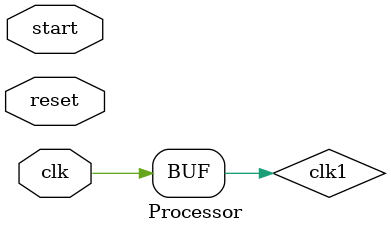
<source format=v>
module Processor 
#(
    parameter reg_width =12,
    parameter  reg_count= 16,
    parameter reg_file_count =11,
    parameter IR_width=12,
    parameter Im_width=8,
    parameter current_PC_value = 12'b000000000000
)
(
    input wire start,
    input wire clk,reset
);
localparam betap_reset1 = 12'd900 ,
            gammap_reset1= 12'd1600,
            betap_reset2 =  12'd900,
            gammap_reset2 = 12'd1600;

//TODO  1. add signal to iindicate end of opearation
//      2. add AR to mem logic (whick ar to mem to choose out of the 2 whrn both are given)



wire [reg_width-1:0] InsM_datain,DM_datain;
//these wires are not necesary .should be alwasy grounded
wire [reg_width-1:0] im_data_sig;
wire im_wren_sig;

wire clk1,clk2;  //yo yo control the cores separately

wire [reg_count - 1:0] read_en1, write_en1;
wire Zflag1,PC_Inc1;
wire [IR_width - 1:0] opcode1;
wire [2:0] alu_op1;
wire mem_write1;
wire [1:0] mem_read1;
wire [reg_width-1:0] PC_to_AR1;
wire [reg_width-1:0] AR_to_mem1,DR_out1,bus_dataout1,ALU_result1,Register_file_out1,AC_out1;

wire [reg_count - 1:0] read_en2, write_en2;
wire Zflag2,PC_Inc2;
wire [IR_width - 1:0] opcode2;
wire [2:0] alu_op2;
wire mem_write2;
wire [1:0] mem_read2;
wire [reg_width-1:0] PC_to_AR2;
wire [reg_width-1:0] AR_to_mem2,DR_out2,bus_dataout2,ALU_result2,Register_file_out2,AC_out2;



Processor_Core #(.reg_width(reg_width),.reg_count(reg_count),.IR_width(IR_width),
                    .Im_width(Im_width),.current_PC_value(current_PC_value),
                    .betap_reset(betap_reset1),.gammap_reset(gammap_reset1)) core1 (
            .clk(clk1),.reset(reset),.start(start),
            .read_en(read_en1), 
            .write_en(write_en1),
            .Zflag(Zflag1),
            .PC_Inc(PC_Inc1),
            .opcode(opcode1),
            .alu_op(alu_op1),
            .mem_write(mem_write1),
            .mem_read(mem_read1),
            .PC_to_AR(PC_to_AR1),
            .AR_to_mem(AR_to_mem1),
            .InsM_datain(InsM_datain),
            .DM_datain(DM_datain),
            .DR_out(DR_out1),
            .bus_dataout(bus_dataout1),
            .ALU_result(ALU_result1),
            .AC_out(AC_out1),
            .Register_file_out(Register_file_out1));

// Processor_Core #(.reg_width(reg_width),.reg_count(reg_count),.IR_width(IR_width),
//                     .Im_width(Im_width),.current_PC_value(current_PC_value),
//                     .betap_reset(betap_reset2),.gammap_reset(gammap_reset2)) core2 (
//             .clk(clk2),.reset(reset),.start(start2),
//             .read_en(read_en2), 
//             .write_en(write_en2),
//             .Zflag(Zflag2),
//             .PC_Inc(PC_Inc2),
//             .opcode(opcode2),
//             .alu_op(alu_op2),
//             .mem_write(mem_write2),
//             .mem_read(mem_read2),
//             .PC_to_AR(PC_to_AR2),
//             .AR_to_mem(AR_to_mem2),
//             .InsM_datain(InsM_datain),
//             .DM_datain(DM_datain),
//             .DR_out(DR_out2),
//             .bus_dataout(bus_dataout2),
//             .ALU_result(ALU_result2),
//             .AC_out(AC_out2),
//             .Register_file_out(Register_file_out2));

MemoryQ	MemoryQ_inst (
            .address ( AR_to_mem1 ), //todo add logic to take from both cores
            .clock ( clk ),
            .data ( DR_out1 ),
            .wren ( mem_write1 ),
            .q ( DM_datain ));

Ins_Memory	Ins_Memory_inst (
            .address (AR_to_mem1[(Im_width-1):0] ), //todo add logic to ake adress from both cores
            .clock ( clk ),
            .data ( im_data_sig ),//not necessary grounded
            .wren ( im_wren_sig ),//not necessary grounded set alwasy zero to disable writing always
            .q ( InsM_datain ));


reg one_clock_passed = 1'b0;

always @(posedge clk) 
begin
    if(one_clock_passed == 1'b0) 
        begin
            one_clock_passed = 1'b1;
        end
end

assign clk1 = clk;
assign clk2 = (one_clock_passed == 1'b1)? clk : 1'b0 ; 

endmodule //Processor
</source>
